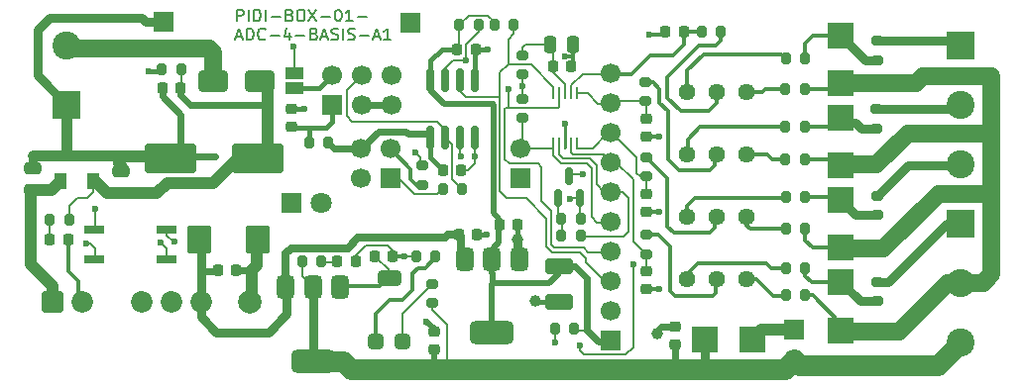
<source format=gbr>
%TF.GenerationSoftware,KiCad,Pcbnew,9.0.6-rc1*%
%TF.CreationDate,2025-10-23T11:59:12+01:00*%
%TF.ProjectId,PIDI-BOX-01-ADC-4-MAIN-A1,50494449-2d42-44f5-982d-30312d414443,rev?*%
%TF.SameCoordinates,Original*%
%TF.FileFunction,Copper,L1,Top*%
%TF.FilePolarity,Positive*%
%FSLAX46Y46*%
G04 Gerber Fmt 4.6, Leading zero omitted, Abs format (unit mm)*
G04 Created by KiCad (PCBNEW 9.0.6-rc1) date 2025-10-23 11:59:12*
%MOMM*%
%LPD*%
G01*
G04 APERTURE LIST*
G04 Aperture macros list*
%AMRoundRect*
0 Rectangle with rounded corners*
0 $1 Rounding radius*
0 $2 $3 $4 $5 $6 $7 $8 $9 X,Y pos of 4 corners*
0 Add a 4 corners polygon primitive as box body*
4,1,4,$2,$3,$4,$5,$6,$7,$8,$9,$2,$3,0*
0 Add four circle primitives for the rounded corners*
1,1,$1+$1,$2,$3*
1,1,$1+$1,$4,$5*
1,1,$1+$1,$6,$7*
1,1,$1+$1,$8,$9*
0 Add four rect primitives between the rounded corners*
20,1,$1+$1,$2,$3,$4,$5,0*
20,1,$1+$1,$4,$5,$6,$7,0*
20,1,$1+$1,$6,$7,$8,$9,0*
20,1,$1+$1,$8,$9,$2,$3,0*%
G04 Aperture macros list end*
%ADD10C,0.150000*%
%TA.AperFunction,NonConductor*%
%ADD11C,0.150000*%
%TD*%
%TA.AperFunction,SMDPad,CuDef*%
%ADD12RoundRect,0.200000X0.200000X0.275000X-0.200000X0.275000X-0.200000X-0.275000X0.200000X-0.275000X0*%
%TD*%
%TA.AperFunction,SMDPad,CuDef*%
%ADD13R,1.750000X0.650000*%
%TD*%
%TA.AperFunction,SMDPad,CuDef*%
%ADD14R,1.500000X1.000000*%
%TD*%
%TA.AperFunction,SMDPad,CuDef*%
%ADD15RoundRect,0.225000X-0.250000X0.225000X-0.250000X-0.225000X0.250000X-0.225000X0.250000X0.225000X0*%
%TD*%
%TA.AperFunction,SMDPad,CuDef*%
%ADD16RoundRect,0.225000X0.225000X0.250000X-0.225000X0.250000X-0.225000X-0.250000X0.225000X-0.250000X0*%
%TD*%
%TA.AperFunction,SMDPad,CuDef*%
%ADD17RoundRect,0.225000X-0.225000X-0.250000X0.225000X-0.250000X0.225000X0.250000X-0.225000X0.250000X0*%
%TD*%
%TA.AperFunction,SMDPad,CuDef*%
%ADD18RoundRect,0.200000X-0.275000X0.200000X-0.275000X-0.200000X0.275000X-0.200000X0.275000X0.200000X0*%
%TD*%
%TA.AperFunction,SMDPad,CuDef*%
%ADD19R,2.260600X2.209800*%
%TD*%
%TA.AperFunction,SMDPad,CuDef*%
%ADD20R,0.250000X1.100000*%
%TD*%
%TA.AperFunction,ComponentPad*%
%ADD21R,1.800000X1.800000*%
%TD*%
%TA.AperFunction,ComponentPad*%
%ADD22C,1.800000*%
%TD*%
%TA.AperFunction,SMDPad,CuDef*%
%ADD23RoundRect,0.200000X0.275000X-0.200000X0.275000X0.200000X-0.275000X0.200000X-0.275000X-0.200000X0*%
%TD*%
%TA.AperFunction,ComponentPad*%
%ADD24R,1.700000X1.700000*%
%TD*%
%TA.AperFunction,ComponentPad*%
%ADD25C,1.700000*%
%TD*%
%TA.AperFunction,SMDPad,CuDef*%
%ADD26RoundRect,0.225000X0.250000X-0.225000X0.250000X0.225000X-0.250000X0.225000X-0.250000X-0.225000X0*%
%TD*%
%TA.AperFunction,SMDPad,CuDef*%
%ADD27RoundRect,0.200000X-0.200000X-0.275000X0.200000X-0.275000X0.200000X0.275000X-0.200000X0.275000X0*%
%TD*%
%TA.AperFunction,ComponentPad*%
%ADD28R,2.400000X2.400000*%
%TD*%
%TA.AperFunction,ComponentPad*%
%ADD29C,2.400000*%
%TD*%
%TA.AperFunction,SMDPad,CuDef*%
%ADD30RoundRect,0.250000X1.000000X0.650000X-1.000000X0.650000X-1.000000X-0.650000X1.000000X-0.650000X0*%
%TD*%
%TA.AperFunction,SMDPad,CuDef*%
%ADD31RoundRect,0.250000X-0.945000X0.420000X-0.945000X-0.420000X0.945000X-0.420000X0.945000X0.420000X0*%
%TD*%
%TA.AperFunction,SMDPad,CuDef*%
%ADD32RoundRect,0.375000X-0.375000X0.625000X-0.375000X-0.625000X0.375000X-0.625000X0.375000X0.625000X0*%
%TD*%
%TA.AperFunction,SMDPad,CuDef*%
%ADD33RoundRect,0.500000X-1.400000X0.500000X-1.400000X-0.500000X1.400000X-0.500000X1.400000X0.500000X0*%
%TD*%
%TA.AperFunction,SMDPad,CuDef*%
%ADD34RoundRect,0.150000X0.150000X-0.825000X0.150000X0.825000X-0.150000X0.825000X-0.150000X-0.825000X0*%
%TD*%
%TA.AperFunction,SMDPad,CuDef*%
%ADD35RoundRect,0.250000X0.400000X0.400000X-0.400000X0.400000X-0.400000X-0.400000X0.400000X-0.400000X0*%
%TD*%
%TA.AperFunction,SMDPad,CuDef*%
%ADD36RoundRect,0.250000X0.750000X0.400000X-0.750000X0.400000X-0.750000X-0.400000X0.750000X-0.400000X0*%
%TD*%
%TA.AperFunction,SMDPad,CuDef*%
%ADD37RoundRect,0.250000X0.475000X-0.250000X0.475000X0.250000X-0.475000X0.250000X-0.475000X-0.250000X0*%
%TD*%
%TA.AperFunction,SMDPad,CuDef*%
%ADD38RoundRect,0.150000X0.150000X-0.587500X0.150000X0.587500X-0.150000X0.587500X-0.150000X-0.587500X0*%
%TD*%
%TA.AperFunction,ComponentPad*%
%ADD39C,1.440000*%
%TD*%
%TA.AperFunction,ComponentPad*%
%ADD40RoundRect,0.250000X0.675000X-0.675000X0.675000X0.675000X-0.675000X0.675000X-0.675000X-0.675000X0*%
%TD*%
%TA.AperFunction,ComponentPad*%
%ADD41C,1.850000*%
%TD*%
%TA.AperFunction,SMDPad,CuDef*%
%ADD42RoundRect,0.218750X0.218750X0.256250X-0.218750X0.256250X-0.218750X-0.256250X0.218750X-0.256250X0*%
%TD*%
%TA.AperFunction,SMDPad,CuDef*%
%ADD43R,1.000000X1.400000*%
%TD*%
%TA.AperFunction,SMDPad,CuDef*%
%ADD44RoundRect,0.250000X1.950000X1.000000X-1.950000X1.000000X-1.950000X-1.000000X1.950000X-1.000000X0*%
%TD*%
%TA.AperFunction,SMDPad,CuDef*%
%ADD45R,2.209800X2.260600*%
%TD*%
%TA.AperFunction,SMDPad,CuDef*%
%ADD46RoundRect,0.250000X-0.250000X-0.475000X0.250000X-0.475000X0.250000X0.475000X-0.250000X0.475000X0*%
%TD*%
%TA.AperFunction,SMDPad,CuDef*%
%ADD47RoundRect,0.250000X-0.785000X-0.945000X0.785000X-0.945000X0.785000X0.945000X-0.785000X0.945000X0*%
%TD*%
%TA.AperFunction,ViaPad*%
%ADD48C,1.000000*%
%TD*%
%TA.AperFunction,ViaPad*%
%ADD49C,2.000000*%
%TD*%
%TA.AperFunction,ViaPad*%
%ADD50C,0.600000*%
%TD*%
%TA.AperFunction,Conductor*%
%ADD51C,0.200000*%
%TD*%
%TA.AperFunction,Conductor*%
%ADD52C,1.000000*%
%TD*%
%TA.AperFunction,Conductor*%
%ADD53C,0.600000*%
%TD*%
%TA.AperFunction,Conductor*%
%ADD54C,1.200000*%
%TD*%
%TA.AperFunction,Conductor*%
%ADD55C,0.400000*%
%TD*%
%TA.AperFunction,Conductor*%
%ADD56C,0.300000*%
%TD*%
%TA.AperFunction,Conductor*%
%ADD57C,1.500000*%
%TD*%
%TA.AperFunction,Conductor*%
%ADD58C,0.500000*%
%TD*%
%TA.AperFunction,Conductor*%
%ADD59C,0.800000*%
%TD*%
%TA.AperFunction,Conductor*%
%ADD60C,0.250000*%
%TD*%
%TA.AperFunction,Conductor*%
%ADD61C,0.900000*%
%TD*%
%TA.AperFunction,Conductor*%
%ADD62C,0.700000*%
%TD*%
%TA.AperFunction,Conductor*%
%ADD63C,1.800000*%
%TD*%
G04 APERTURE END LIST*
D10*
D11*
X126336779Y-57684875D02*
X126336779Y-56684875D01*
X126336779Y-56684875D02*
X126717731Y-56684875D01*
X126717731Y-56684875D02*
X126812969Y-56732494D01*
X126812969Y-56732494D02*
X126860588Y-56780113D01*
X126860588Y-56780113D02*
X126908207Y-56875351D01*
X126908207Y-56875351D02*
X126908207Y-57018208D01*
X126908207Y-57018208D02*
X126860588Y-57113446D01*
X126860588Y-57113446D02*
X126812969Y-57161065D01*
X126812969Y-57161065D02*
X126717731Y-57208684D01*
X126717731Y-57208684D02*
X126336779Y-57208684D01*
X127336779Y-57684875D02*
X127336779Y-56684875D01*
X127812969Y-57684875D02*
X127812969Y-56684875D01*
X127812969Y-56684875D02*
X128051064Y-56684875D01*
X128051064Y-56684875D02*
X128193921Y-56732494D01*
X128193921Y-56732494D02*
X128289159Y-56827732D01*
X128289159Y-56827732D02*
X128336778Y-56922970D01*
X128336778Y-56922970D02*
X128384397Y-57113446D01*
X128384397Y-57113446D02*
X128384397Y-57256303D01*
X128384397Y-57256303D02*
X128336778Y-57446779D01*
X128336778Y-57446779D02*
X128289159Y-57542017D01*
X128289159Y-57542017D02*
X128193921Y-57637256D01*
X128193921Y-57637256D02*
X128051064Y-57684875D01*
X128051064Y-57684875D02*
X127812969Y-57684875D01*
X128812969Y-57684875D02*
X128812969Y-56684875D01*
X129289159Y-57303922D02*
X130051064Y-57303922D01*
X130860587Y-57161065D02*
X131003444Y-57208684D01*
X131003444Y-57208684D02*
X131051063Y-57256303D01*
X131051063Y-57256303D02*
X131098682Y-57351541D01*
X131098682Y-57351541D02*
X131098682Y-57494398D01*
X131098682Y-57494398D02*
X131051063Y-57589636D01*
X131051063Y-57589636D02*
X131003444Y-57637256D01*
X131003444Y-57637256D02*
X130908206Y-57684875D01*
X130908206Y-57684875D02*
X130527254Y-57684875D01*
X130527254Y-57684875D02*
X130527254Y-56684875D01*
X130527254Y-56684875D02*
X130860587Y-56684875D01*
X130860587Y-56684875D02*
X130955825Y-56732494D01*
X130955825Y-56732494D02*
X131003444Y-56780113D01*
X131003444Y-56780113D02*
X131051063Y-56875351D01*
X131051063Y-56875351D02*
X131051063Y-56970589D01*
X131051063Y-56970589D02*
X131003444Y-57065827D01*
X131003444Y-57065827D02*
X130955825Y-57113446D01*
X130955825Y-57113446D02*
X130860587Y-57161065D01*
X130860587Y-57161065D02*
X130527254Y-57161065D01*
X131717730Y-56684875D02*
X131908206Y-56684875D01*
X131908206Y-56684875D02*
X132003444Y-56732494D01*
X132003444Y-56732494D02*
X132098682Y-56827732D01*
X132098682Y-56827732D02*
X132146301Y-57018208D01*
X132146301Y-57018208D02*
X132146301Y-57351541D01*
X132146301Y-57351541D02*
X132098682Y-57542017D01*
X132098682Y-57542017D02*
X132003444Y-57637256D01*
X132003444Y-57637256D02*
X131908206Y-57684875D01*
X131908206Y-57684875D02*
X131717730Y-57684875D01*
X131717730Y-57684875D02*
X131622492Y-57637256D01*
X131622492Y-57637256D02*
X131527254Y-57542017D01*
X131527254Y-57542017D02*
X131479635Y-57351541D01*
X131479635Y-57351541D02*
X131479635Y-57018208D01*
X131479635Y-57018208D02*
X131527254Y-56827732D01*
X131527254Y-56827732D02*
X131622492Y-56732494D01*
X131622492Y-56732494D02*
X131717730Y-56684875D01*
X132479635Y-56684875D02*
X133146301Y-57684875D01*
X133146301Y-56684875D02*
X132479635Y-57684875D01*
X133527254Y-57303922D02*
X134289159Y-57303922D01*
X134955825Y-56684875D02*
X135051063Y-56684875D01*
X135051063Y-56684875D02*
X135146301Y-56732494D01*
X135146301Y-56732494D02*
X135193920Y-56780113D01*
X135193920Y-56780113D02*
X135241539Y-56875351D01*
X135241539Y-56875351D02*
X135289158Y-57065827D01*
X135289158Y-57065827D02*
X135289158Y-57303922D01*
X135289158Y-57303922D02*
X135241539Y-57494398D01*
X135241539Y-57494398D02*
X135193920Y-57589636D01*
X135193920Y-57589636D02*
X135146301Y-57637256D01*
X135146301Y-57637256D02*
X135051063Y-57684875D01*
X135051063Y-57684875D02*
X134955825Y-57684875D01*
X134955825Y-57684875D02*
X134860587Y-57637256D01*
X134860587Y-57637256D02*
X134812968Y-57589636D01*
X134812968Y-57589636D02*
X134765349Y-57494398D01*
X134765349Y-57494398D02*
X134717730Y-57303922D01*
X134717730Y-57303922D02*
X134717730Y-57065827D01*
X134717730Y-57065827D02*
X134765349Y-56875351D01*
X134765349Y-56875351D02*
X134812968Y-56780113D01*
X134812968Y-56780113D02*
X134860587Y-56732494D01*
X134860587Y-56732494D02*
X134955825Y-56684875D01*
X136241539Y-57684875D02*
X135670111Y-57684875D01*
X135955825Y-57684875D02*
X135955825Y-56684875D01*
X135955825Y-56684875D02*
X135860587Y-56827732D01*
X135860587Y-56827732D02*
X135765349Y-56922970D01*
X135765349Y-56922970D02*
X135670111Y-56970589D01*
X136670111Y-57303922D02*
X137432016Y-57303922D01*
X126289160Y-59009104D02*
X126765350Y-59009104D01*
X126193922Y-59294819D02*
X126527255Y-58294819D01*
X126527255Y-58294819D02*
X126860588Y-59294819D01*
X127193922Y-59294819D02*
X127193922Y-58294819D01*
X127193922Y-58294819D02*
X127432017Y-58294819D01*
X127432017Y-58294819D02*
X127574874Y-58342438D01*
X127574874Y-58342438D02*
X127670112Y-58437676D01*
X127670112Y-58437676D02*
X127717731Y-58532914D01*
X127717731Y-58532914D02*
X127765350Y-58723390D01*
X127765350Y-58723390D02*
X127765350Y-58866247D01*
X127765350Y-58866247D02*
X127717731Y-59056723D01*
X127717731Y-59056723D02*
X127670112Y-59151961D01*
X127670112Y-59151961D02*
X127574874Y-59247200D01*
X127574874Y-59247200D02*
X127432017Y-59294819D01*
X127432017Y-59294819D02*
X127193922Y-59294819D01*
X128765350Y-59199580D02*
X128717731Y-59247200D01*
X128717731Y-59247200D02*
X128574874Y-59294819D01*
X128574874Y-59294819D02*
X128479636Y-59294819D01*
X128479636Y-59294819D02*
X128336779Y-59247200D01*
X128336779Y-59247200D02*
X128241541Y-59151961D01*
X128241541Y-59151961D02*
X128193922Y-59056723D01*
X128193922Y-59056723D02*
X128146303Y-58866247D01*
X128146303Y-58866247D02*
X128146303Y-58723390D01*
X128146303Y-58723390D02*
X128193922Y-58532914D01*
X128193922Y-58532914D02*
X128241541Y-58437676D01*
X128241541Y-58437676D02*
X128336779Y-58342438D01*
X128336779Y-58342438D02*
X128479636Y-58294819D01*
X128479636Y-58294819D02*
X128574874Y-58294819D01*
X128574874Y-58294819D02*
X128717731Y-58342438D01*
X128717731Y-58342438D02*
X128765350Y-58390057D01*
X129193922Y-58913866D02*
X129955827Y-58913866D01*
X130860588Y-58628152D02*
X130860588Y-59294819D01*
X130622493Y-58247200D02*
X130384398Y-58961485D01*
X130384398Y-58961485D02*
X131003445Y-58961485D01*
X131384398Y-58913866D02*
X132146303Y-58913866D01*
X132955826Y-58771009D02*
X133098683Y-58818628D01*
X133098683Y-58818628D02*
X133146302Y-58866247D01*
X133146302Y-58866247D02*
X133193921Y-58961485D01*
X133193921Y-58961485D02*
X133193921Y-59104342D01*
X133193921Y-59104342D02*
X133146302Y-59199580D01*
X133146302Y-59199580D02*
X133098683Y-59247200D01*
X133098683Y-59247200D02*
X133003445Y-59294819D01*
X133003445Y-59294819D02*
X132622493Y-59294819D01*
X132622493Y-59294819D02*
X132622493Y-58294819D01*
X132622493Y-58294819D02*
X132955826Y-58294819D01*
X132955826Y-58294819D02*
X133051064Y-58342438D01*
X133051064Y-58342438D02*
X133098683Y-58390057D01*
X133098683Y-58390057D02*
X133146302Y-58485295D01*
X133146302Y-58485295D02*
X133146302Y-58580533D01*
X133146302Y-58580533D02*
X133098683Y-58675771D01*
X133098683Y-58675771D02*
X133051064Y-58723390D01*
X133051064Y-58723390D02*
X132955826Y-58771009D01*
X132955826Y-58771009D02*
X132622493Y-58771009D01*
X133574874Y-59009104D02*
X134051064Y-59009104D01*
X133479636Y-59294819D02*
X133812969Y-58294819D01*
X133812969Y-58294819D02*
X134146302Y-59294819D01*
X134432017Y-59247200D02*
X134574874Y-59294819D01*
X134574874Y-59294819D02*
X134812969Y-59294819D01*
X134812969Y-59294819D02*
X134908207Y-59247200D01*
X134908207Y-59247200D02*
X134955826Y-59199580D01*
X134955826Y-59199580D02*
X135003445Y-59104342D01*
X135003445Y-59104342D02*
X135003445Y-59009104D01*
X135003445Y-59009104D02*
X134955826Y-58913866D01*
X134955826Y-58913866D02*
X134908207Y-58866247D01*
X134908207Y-58866247D02*
X134812969Y-58818628D01*
X134812969Y-58818628D02*
X134622493Y-58771009D01*
X134622493Y-58771009D02*
X134527255Y-58723390D01*
X134527255Y-58723390D02*
X134479636Y-58675771D01*
X134479636Y-58675771D02*
X134432017Y-58580533D01*
X134432017Y-58580533D02*
X134432017Y-58485295D01*
X134432017Y-58485295D02*
X134479636Y-58390057D01*
X134479636Y-58390057D02*
X134527255Y-58342438D01*
X134527255Y-58342438D02*
X134622493Y-58294819D01*
X134622493Y-58294819D02*
X134860588Y-58294819D01*
X134860588Y-58294819D02*
X135003445Y-58342438D01*
X135432017Y-59294819D02*
X135432017Y-58294819D01*
X135860588Y-59247200D02*
X136003445Y-59294819D01*
X136003445Y-59294819D02*
X136241540Y-59294819D01*
X136241540Y-59294819D02*
X136336778Y-59247200D01*
X136336778Y-59247200D02*
X136384397Y-59199580D01*
X136384397Y-59199580D02*
X136432016Y-59104342D01*
X136432016Y-59104342D02*
X136432016Y-59009104D01*
X136432016Y-59009104D02*
X136384397Y-58913866D01*
X136384397Y-58913866D02*
X136336778Y-58866247D01*
X136336778Y-58866247D02*
X136241540Y-58818628D01*
X136241540Y-58818628D02*
X136051064Y-58771009D01*
X136051064Y-58771009D02*
X135955826Y-58723390D01*
X135955826Y-58723390D02*
X135908207Y-58675771D01*
X135908207Y-58675771D02*
X135860588Y-58580533D01*
X135860588Y-58580533D02*
X135860588Y-58485295D01*
X135860588Y-58485295D02*
X135908207Y-58390057D01*
X135908207Y-58390057D02*
X135955826Y-58342438D01*
X135955826Y-58342438D02*
X136051064Y-58294819D01*
X136051064Y-58294819D02*
X136289159Y-58294819D01*
X136289159Y-58294819D02*
X136432016Y-58342438D01*
X136860588Y-58913866D02*
X137622493Y-58913866D01*
X138051064Y-59009104D02*
X138527254Y-59009104D01*
X137955826Y-59294819D02*
X138289159Y-58294819D01*
X138289159Y-58294819D02*
X138622492Y-59294819D01*
X139479635Y-59294819D02*
X138908207Y-59294819D01*
X139193921Y-59294819D02*
X139193921Y-58294819D01*
X139193921Y-58294819D02*
X139098683Y-58437676D01*
X139098683Y-58437676D02*
X139003445Y-58532914D01*
X139003445Y-58532914D02*
X138908207Y-58580533D01*
D12*
%TO.P,R20,1*%
%TO.N,Net-(CR2-Pad1)*%
X174865800Y-60883800D03*
%TO.P,R20,2*%
%TO.N,Net-(R20-Pad2)*%
X173215800Y-60883800D03*
%TD*%
D13*
%TO.P,IC1,1*%
%TO.N,Net-(IC1-Pad1)*%
X120325000Y-78020000D03*
%TO.P,IC1,2*%
%TO.N,Net-(Q1-C)*%
X120325000Y-75480000D03*
%TO.P,IC1,3,E*%
%TO.N,Net-(IC1-E)*%
X114175000Y-75480000D03*
%TO.P,IC1,4,C*%
%TO.N,Net-(IC1-C)*%
X114175000Y-78020000D03*
%TD*%
D14*
%TO.P,JP1,1,A*%
%TO.N,Net-(IC1-C)*%
X131225000Y-62100000D03*
%TO.P,JP1,2,B*%
%TO.N,Net-(J2-Pin_2)*%
X131225000Y-63400000D03*
%TD*%
D15*
%TO.P,C16,1*%
%TO.N,AIN2*%
X161290000Y-66027000D03*
%TO.P,C16,2*%
%TO.N,GND*%
X161290000Y-67577000D03*
%TD*%
D16*
%TO.P,C15,1*%
%TO.N,AIN3*%
X164503400Y-58597800D03*
%TO.P,C15,2*%
%TO.N,GND*%
X162953400Y-58597800D03*
%TD*%
D17*
%TO.P,C3,1*%
%TO.N,+3V3*%
X148750000Y-75075000D03*
%TO.P,C3,2*%
%TO.N,GND*%
X150300000Y-75075000D03*
%TD*%
%TO.P,C8,1*%
%TO.N,Net-(U3-ADJ)*%
X138125000Y-77775000D03*
%TO.P,C8,2*%
%TO.N,GND*%
X139675000Y-77775000D03*
%TD*%
D12*
%TO.P,R22,1*%
%TO.N,Net-(CR4-Pad1)*%
X174879000Y-72745600D03*
%TO.P,R22,2*%
%TO.N,Net-(R22-Pad2)*%
X173229000Y-72745600D03*
%TD*%
D18*
%TO.P,R3,1*%
%TO.N,Net-(J2-Pin_6)*%
X142200000Y-70025000D03*
%TO.P,R3,2*%
%TO.N,Net-(J3-Pin_3)*%
X142200000Y-71675000D03*
%TD*%
D19*
%TO.P,CR3,1,1*%
%TO.N,Net-(CR3-Pad1)*%
X177901600Y-65925700D03*
%TO.P,CR3,2,2*%
%TO.N,GND*%
X177901600Y-70015100D03*
%TD*%
D16*
%TO.P,C21,1*%
%TO.N,+12V*%
X121525000Y-63425600D03*
%TO.P,C21,2*%
%TO.N,Net-(D2-K)*%
X119975000Y-63425600D03*
%TD*%
D20*
%TO.P,U4,1,ADDR*%
%TO.N,ADDR*%
X153400000Y-68150000D03*
%TO.P,U4,2,ALERT/RDY*%
%TO.N,RDY*%
X153900000Y-68150000D03*
%TO.P,U4,3,GND*%
%TO.N,GND*%
X154400000Y-68150000D03*
%TO.P,U4,4,AIN0*%
%TO.N,AIN0*%
X154900000Y-68150000D03*
%TO.P,U4,5,AIN1*%
%TO.N,AIN1*%
X155400000Y-68150000D03*
%TO.P,U4,6,AIN2*%
%TO.N,AIN2*%
X155400000Y-63850000D03*
%TO.P,U4,7,AIN3*%
%TO.N,AIN3*%
X154900000Y-63850000D03*
%TO.P,U4,8,VDD*%
%TO.N,Net-(U4-VDD)*%
X154400000Y-63850000D03*
%TO.P,U4,9,SDA*%
%TO.N,SDA2*%
X153900000Y-63850000D03*
%TO.P,U4,10,SCL*%
%TO.N,SCL2*%
X153400000Y-63850000D03*
%TD*%
D21*
%TO.P,D3,1,K*%
%TO.N,Net-(D2-K)*%
X131030000Y-73200000D03*
D22*
%TO.P,D3,2,A*%
%TO.N,Net-(D3-A)*%
X133570000Y-73200000D03*
%TD*%
D12*
%TO.P,R7,1*%
%TO.N,SCL2*%
X149975000Y-58025000D03*
%TO.P,R7,2*%
%TO.N,+3V3*%
X148325000Y-58025000D03*
%TD*%
D23*
%TO.P,R5,1*%
%TO.N,+4-7Vext*%
X143050000Y-81800000D03*
%TO.P,R5,2*%
%TO.N,Net-(R5-Pad2)*%
X143050000Y-80150000D03*
%TD*%
D24*
%TO.P,J10,1,Pin_1*%
%TO.N,Net-(D2-K)*%
X120075000Y-57750000D03*
%TD*%
%TO.P,J1,1,Pin_1*%
%TO.N,+3V3*%
X158275000Y-84975000D03*
D25*
%TO.P,J1,2,Pin_2*%
%TO.N,GND*%
X158275000Y-82435000D03*
%TO.P,J1,3,Pin_3*%
%TO.N,SCL2*%
X158275000Y-79895000D03*
%TO.P,J1,4,Pin_4*%
%TO.N,SDA2*%
X158275000Y-77355000D03*
%TO.P,J1,5,Pin_5*%
%TO.N,ADDR*%
X158275000Y-74815000D03*
%TO.P,J1,6,Pin_6*%
%TO.N,RDY*%
X158275000Y-72275000D03*
%TO.P,J1,7,Pin_7*%
%TO.N,AIN0*%
X158275000Y-69735000D03*
%TO.P,J1,8,Pin_8*%
%TO.N,AIN1*%
X158275000Y-67195000D03*
%TO.P,J1,9,Pin_9*%
%TO.N,AIN2*%
X158275000Y-64655000D03*
%TO.P,J1,10,Pin_10*%
%TO.N,AIN3*%
X158275000Y-62115000D03*
%TD*%
D19*
%TO.P,CR4,1,1*%
%TO.N,Net-(CR4-Pad1)*%
X177901600Y-72961500D03*
%TO.P,CR4,2,2*%
%TO.N,GND*%
X177901600Y-77050900D03*
%TD*%
D26*
%TO.P,C6,1*%
%TO.N,+4-7Vext*%
X143175000Y-85775000D03*
%TO.P,C6,2*%
%TO.N,GND*%
X143175000Y-84225000D03*
%TD*%
D12*
%TO.P,R11,1*%
%TO.N,Net-(R11-Pad1)*%
X167677600Y-58597800D03*
%TO.P,R11,2*%
%TO.N,AIN3*%
X166027600Y-58597800D03*
%TD*%
D27*
%TO.P,R19,1*%
%TO.N,Net-(D2-A)*%
X110375000Y-74700000D03*
%TO.P,R19,2*%
%TO.N,+12V*%
X112025000Y-74700000D03*
%TD*%
%TO.P,R31,1*%
%TO.N,Net-(Q1-B)*%
X154075000Y-74550000D03*
%TO.P,R31,2*%
%TO.N,GND*%
X155725000Y-74550000D03*
%TD*%
D17*
%TO.P,C13,1*%
%TO.N,Net-(U4-VDD)*%
X153375000Y-61544200D03*
%TO.P,C13,2*%
%TO.N,GND*%
X154925000Y-61544200D03*
%TD*%
D18*
%TO.P,R13,1*%
%TO.N,Net-(R13-Pad1)*%
X161315400Y-69329800D03*
%TO.P,R13,2*%
%TO.N,AIN1*%
X161315400Y-70979800D03*
%TD*%
D28*
%TO.P,J6,1,1*%
%TO.N,Net-(J6-Pad1)*%
X188163200Y-59791600D03*
D29*
%TO.P,J6,2,2*%
%TO.N,Net-(J6-Pad2)*%
X188163200Y-64871600D03*
%TO.P,J6,3,3*%
%TO.N,Net-(J6-Pad3)*%
X188163200Y-69951600D03*
%TD*%
D27*
%TO.P,R15,1*%
%TO.N,Net-(R15-Pad1)*%
X173190400Y-63500000D03*
%TO.P,R15,2*%
%TO.N,GND*%
X174840400Y-63500000D03*
%TD*%
D18*
%TO.P,R27,1*%
%TO.N,Net-(J7-Pad1)*%
X181025800Y-79997800D03*
%TO.P,R27,2*%
%TO.N,Net-(CR5-Pad1)*%
X181025800Y-81647800D03*
%TD*%
D26*
%TO.P,C9,1*%
%TO.N,+4-7Vext*%
X163775000Y-85350000D03*
%TO.P,C9,2*%
%TO.N,GND*%
X163775000Y-83800000D03*
%TD*%
D19*
%TO.P,CR2,1,1*%
%TO.N,Net-(CR2-Pad1)*%
X177901600Y-58877200D03*
%TO.P,CR2,2,2*%
%TO.N,GND*%
X177901600Y-62966600D03*
%TD*%
D17*
%TO.P,C5,1*%
%TO.N,Net-(J3-Pin_2)*%
X143975000Y-70450000D03*
%TO.P,C5,2*%
%TO.N,Net-(IC1-E)*%
X145525000Y-70450000D03*
%TD*%
D30*
%TO.P,D4,1,K*%
%TO.N,+12V*%
X128300000Y-62800000D03*
%TO.P,D4,2,A*%
%TO.N,Net-(D4-A)*%
X124300000Y-62800000D03*
%TD*%
D31*
%TO.P,C2,1*%
%TO.N,+3V3*%
X153873200Y-78635000D03*
%TO.P,C2,2*%
%TO.N,GND*%
X153873200Y-81715000D03*
%TD*%
D28*
%TO.P,J7,1,1*%
%TO.N,Net-(J7-Pad1)*%
X188163200Y-74980800D03*
D29*
%TO.P,J7,2,2*%
%TO.N,GND*%
X188163200Y-80060800D03*
%TO.P,J7,3,3*%
%TO.N,+4-7Vext*%
X188163200Y-85140800D03*
%TD*%
D32*
%TO.P,U3,1,ADJ*%
%TO.N,Net-(U3-ADJ)*%
X135137500Y-80450000D03*
%TO.P,U3,2,VO*%
%TO.N,+4-7Vext*%
X132837500Y-80450000D03*
D33*
X132837500Y-86750000D03*
D32*
%TO.P,U3,3,VI*%
%TO.N,+9V*%
X130537500Y-80450000D03*
%TD*%
D34*
%TO.P,U2,1,VDD1*%
%TO.N,Net-(J3-Pin_2)*%
X142889200Y-67651400D03*
%TO.P,U2,2,SDA1*%
%TO.N,Net-(J2-Pin_4)*%
X144159200Y-67651400D03*
%TO.P,U2,3,SCL1*%
%TO.N,Net-(J2-Pin_6)*%
X145429200Y-67651400D03*
%TO.P,U2,4,GND1*%
%TO.N,Net-(IC1-E)*%
X146699200Y-67651400D03*
%TO.P,U2,5,GND2*%
%TO.N,GND*%
X146699200Y-62701400D03*
%TO.P,U2,6,SCL2*%
%TO.N,SCL2*%
X145429200Y-62701400D03*
%TO.P,U2,7,SDA2*%
%TO.N,SDA2*%
X144159200Y-62701400D03*
%TO.P,U2,8,VDD2*%
%TO.N,+3V3*%
X142889200Y-62701400D03*
%TD*%
D27*
%TO.P,R16,1*%
%TO.N,Net-(R16-Pad1)*%
X173190400Y-69494400D03*
%TO.P,R16,2*%
%TO.N,GND*%
X174840400Y-69494400D03*
%TD*%
D18*
%TO.P,R14,1*%
%TO.N,Net-(R14-Pad1)*%
X161315400Y-75959200D03*
%TO.P,R14,2*%
%TO.N,AIN0*%
X161315400Y-77609200D03*
%TD*%
D35*
%TO.P,RV1,1,1*%
%TO.N,Net-(R6-Pad1)*%
X138206800Y-85122200D03*
D36*
%TO.P,RV1,2,2*%
%TO.N,Net-(U3-ADJ)*%
X139356800Y-79622200D03*
D35*
%TO.P,RV1,3,3*%
%TO.N,Net-(R5-Pad2)*%
X140506800Y-85122200D03*
%TD*%
D24*
%TO.P,J3,1,Pin_1*%
%TO.N,Net-(J3-Pin_1)*%
X139500000Y-71150000D03*
D25*
%TO.P,J3,2,Pin_2*%
%TO.N,Net-(J3-Pin_2)*%
X136960000Y-71150000D03*
%TO.P,J3,3,Pin_3*%
%TO.N,Net-(J3-Pin_3)*%
X139500000Y-68610000D03*
%TO.P,J3,4,Pin_4*%
%TO.N,Net-(J3-Pin_2)*%
X136960000Y-68610000D03*
%TD*%
D28*
%TO.P,J8,1,1*%
%TO.N,Net-(D2-K)*%
X111810800Y-64820800D03*
D29*
%TO.P,J8,2,2*%
%TO.N,Net-(D4-A)*%
X111810800Y-59740800D03*
%TD*%
D37*
%TO.P,C19,1*%
%TO.N,+12V*%
X116450000Y-72400000D03*
%TO.P,C19,2*%
%TO.N,Net-(D2-K)*%
X116450000Y-70500000D03*
%TD*%
D12*
%TO.P,R1,1*%
%TO.N,Net-(J3-Pin_2)*%
X134175000Y-68100000D03*
%TO.P,R1,2*%
%TO.N,/+5V I2C BUS*%
X132525000Y-68100000D03*
%TD*%
D38*
%TO.P,Q1,1,B*%
%TO.N,Net-(Q1-B)*%
X153775000Y-72812500D03*
%TO.P,Q1,2,E*%
%TO.N,GND*%
X155675000Y-72812500D03*
%TO.P,Q1,3,C*%
%TO.N,Net-(Q1-C)*%
X154725000Y-70937500D03*
%TD*%
D26*
%TO.P,C1,1*%
%TO.N,/+5V I2C BUS*%
X131050000Y-66725000D03*
%TO.P,C1,2*%
%TO.N,Net-(IC1-E)*%
X131050000Y-65175000D03*
%TD*%
D24*
%TO.P,J9,1,Pin_1*%
%TO.N,GND*%
X141150000Y-57800000D03*
%TD*%
%TO.P,J5,1,Pin_1*%
%TO.N,GND*%
X150597000Y-71150800D03*
D25*
%TO.P,J5,2,Pin_2*%
%TO.N,ADDR*%
X150597000Y-68610800D03*
%TD*%
D39*
%TO.P,RV3,1,1*%
%TO.N,Net-(R21-Pad2)*%
X164820000Y-69100000D03*
%TO.P,RV3,2,2*%
%TO.N,Net-(R12-Pad1)*%
X167360000Y-69100000D03*
%TO.P,RV3,3,3*%
%TO.N,Net-(R16-Pad1)*%
X169900000Y-69100000D03*
%TD*%
D27*
%TO.P,R28,1*%
%TO.N,Net-(D3-A)*%
X119925000Y-61800000D03*
%TO.P,R28,2*%
%TO.N,+12V*%
X121575000Y-61800000D03*
%TD*%
D12*
%TO.P,R4,1*%
%TO.N,Net-(D1-A)*%
X133550000Y-78225000D03*
%TO.P,R4,2*%
%TO.N,+4-7Vext*%
X131900000Y-78225000D03*
%TD*%
D18*
%TO.P,R26,1*%
%TO.N,Net-(J6-Pad3)*%
X181025800Y-72606400D03*
%TO.P,R26,2*%
%TO.N,Net-(CR4-Pad1)*%
X181025800Y-74256400D03*
%TD*%
%TO.P,R10,1*%
%TO.N,Net-(U4-VDD)*%
X150750000Y-60575000D03*
%TO.P,R10,2*%
%TO.N,+3V3*%
X150750000Y-62225000D03*
%TD*%
D12*
%TO.P,R29,1*%
%TO.N,+3V3*%
X155175000Y-84000000D03*
%TO.P,R29,2*%
%TO.N,Net-(IC1-Pad1)*%
X153525000Y-84000000D03*
%TD*%
D40*
%TO.P,PS1,1,+Vin*%
%TO.N,Net-(PS1-+Vin)*%
X110580000Y-81667500D03*
D41*
%TO.P,PS1,2,-Vin*%
%TO.N,Net-(D2-K)*%
X113120000Y-81667500D03*
%TO.P,PS1,4,-Vout*%
%TO.N,GND*%
X118200000Y-81667500D03*
%TO.P,PS1,5,0V*%
%TO.N,unconnected-(PS1-0V-Pad5)*%
X120740000Y-81667500D03*
%TO.P,PS1,6,+Vout*%
%TO.N,+9V*%
X123280000Y-81667500D03*
%TD*%
D12*
%TO.P,R21,1*%
%TO.N,Net-(CR3-Pad1)*%
X174853600Y-66725800D03*
%TO.P,R21,2*%
%TO.N,Net-(R21-Pad2)*%
X173203600Y-66725800D03*
%TD*%
D42*
%TO.P,D1,1,K*%
%TO.N,GND*%
X136500000Y-78225000D03*
%TO.P,D1,2,A*%
%TO.N,Net-(D1-A)*%
X134925000Y-78225000D03*
%TD*%
%TO.P,D2,1,K*%
%TO.N,Net-(D2-K)*%
X111936700Y-76351000D03*
%TO.P,D2,2,A*%
%TO.N,Net-(D2-A)*%
X110361700Y-76351000D03*
%TD*%
D32*
%TO.P,U1,1,GND*%
%TO.N,GND*%
X150450000Y-78025000D03*
%TO.P,U1,2,VO*%
%TO.N,+3V3*%
X148150000Y-78025000D03*
D33*
X148150000Y-84325000D03*
D32*
%TO.P,U1,3,VI*%
%TO.N,+9V*%
X145850000Y-78025000D03*
%TD*%
D43*
%TO.P,L1,1,1*%
%TO.N,+12V*%
X114075000Y-71400000D03*
%TO.P,L1,2,2*%
%TO.N,Net-(PS1-+Vin)*%
X111275000Y-71400000D03*
%TD*%
D44*
%TO.P,C20,1*%
%TO.N,+12V*%
X128100000Y-69375000D03*
%TO.P,C20,2*%
%TO.N,Net-(D2-K)*%
X120700000Y-69375000D03*
%TD*%
D12*
%TO.P,R6,1*%
%TO.N,Net-(R6-Pad1)*%
X143325000Y-77800000D03*
%TO.P,R6,2*%
%TO.N,GND*%
X141675000Y-77800000D03*
%TD*%
D45*
%TO.P,CR1,1,1*%
%TO.N,GND*%
X170369700Y-84875000D03*
%TO.P,CR1,2,2*%
%TO.N,+4-7Vext*%
X166280300Y-84875000D03*
%TD*%
D17*
%TO.P,C4,1*%
%TO.N,+9V*%
X145275000Y-75925000D03*
%TO.P,C4,2*%
%TO.N,GND*%
X146825000Y-75925000D03*
%TD*%
D23*
%TO.P,R9,1*%
%TO.N,ADDR*%
X150725000Y-65950000D03*
%TO.P,R9,2*%
%TO.N,+3V3*%
X150725000Y-64300000D03*
%TD*%
D18*
%TO.P,R12,1*%
%TO.N,Net-(R12-Pad1)*%
X161264600Y-62890400D03*
%TO.P,R12,2*%
%TO.N,AIN2*%
X161264600Y-64540400D03*
%TD*%
D27*
%TO.P,R18,1*%
%TO.N,Net-(R18-Pad1)*%
X173215800Y-81102200D03*
%TO.P,R18,2*%
%TO.N,GND*%
X174865800Y-81102200D03*
%TD*%
D46*
%TO.P,C12,1*%
%TO.N,Net-(U4-VDD)*%
X153116200Y-59664600D03*
%TO.P,C12,2*%
%TO.N,GND*%
X155016200Y-59664600D03*
%TD*%
D39*
%TO.P,RV4,1,1*%
%TO.N,Net-(R22-Pad2)*%
X164820000Y-74425000D03*
%TO.P,RV4,2,2*%
%TO.N,Net-(R13-Pad1)*%
X167360000Y-74425000D03*
%TO.P,RV4,3,3*%
%TO.N,Net-(R17-Pad1)*%
X169900000Y-74425000D03*
%TD*%
D19*
%TO.P,CR5,1,1*%
%TO.N,Net-(CR5-Pad1)*%
X177952400Y-80022700D03*
%TO.P,CR5,2,2*%
%TO.N,GND*%
X177952400Y-84112100D03*
%TD*%
D24*
%TO.P,J2,1,Pin_1*%
%TO.N,/+5V I2C BUS*%
X134467600Y-64846200D03*
D25*
%TO.P,J2,2,Pin_2*%
%TO.N,Net-(J2-Pin_2)*%
X134467600Y-62306200D03*
%TO.P,J2,3,Pin_3*%
%TO.N,Net-(IC1-E)*%
X137007600Y-64846200D03*
%TO.P,J2,4,Pin_4*%
%TO.N,Net-(J2-Pin_4)*%
X137007600Y-62306200D03*
%TO.P,J2,5,Pin_5*%
%TO.N,Net-(IC1-E)*%
X139547600Y-64846200D03*
%TO.P,J2,6,Pin_6*%
%TO.N,Net-(J2-Pin_6)*%
X139547600Y-62306200D03*
%TD*%
D18*
%TO.P,R24,1*%
%TO.N,Net-(J6-Pad1)*%
X181025800Y-59360800D03*
%TO.P,R24,2*%
%TO.N,Net-(CR2-Pad1)*%
X181025800Y-61010800D03*
%TD*%
%TO.P,R25,1*%
%TO.N,Net-(J6-Pad2)*%
X180924200Y-65215000D03*
%TO.P,R25,2*%
%TO.N,Net-(CR3-Pad1)*%
X180924200Y-66865000D03*
%TD*%
D15*
%TO.P,C17,1*%
%TO.N,AIN1*%
X161290000Y-72453200D03*
%TO.P,C17,2*%
%TO.N,GND*%
X161290000Y-74003200D03*
%TD*%
D17*
%TO.P,C7,1*%
%TO.N,+3V3*%
X145175000Y-60075000D03*
%TO.P,C7,2*%
%TO.N,GND*%
X146725000Y-60075000D03*
%TD*%
D27*
%TO.P,R17,1*%
%TO.N,Net-(R17-Pad1)*%
X173229000Y-75438000D03*
%TO.P,R17,2*%
%TO.N,GND*%
X174879000Y-75438000D03*
%TD*%
D39*
%TO.P,RV5,1,1*%
%TO.N,Net-(R23-Pad2)*%
X164820000Y-79750000D03*
%TO.P,RV5,2,2*%
%TO.N,Net-(R14-Pad1)*%
X167360000Y-79750000D03*
%TO.P,RV5,3,3*%
%TO.N,Net-(R18-Pad1)*%
X169900000Y-79750000D03*
%TD*%
D15*
%TO.P,C18,1*%
%TO.N,AIN0*%
X161315400Y-79057200D03*
%TO.P,C18,2*%
%TO.N,GND*%
X161315400Y-80607200D03*
%TD*%
D47*
%TO.P,C10,1*%
%TO.N,+9V*%
X123155000Y-76375000D03*
%TO.P,C10,2*%
%TO.N,GND*%
X128095000Y-76375000D03*
%TD*%
D37*
%TO.P,C14,1*%
%TO.N,Net-(PS1-+Vin)*%
X108939200Y-72139600D03*
%TO.P,C14,2*%
%TO.N,Net-(D2-K)*%
X108939200Y-70239600D03*
%TD*%
D12*
%TO.P,R8,1*%
%TO.N,SDA2*%
X147000000Y-57975000D03*
%TO.P,R8,2*%
%TO.N,+3V3*%
X145350000Y-57975000D03*
%TD*%
D24*
%TO.P,J4,1,Pin_1*%
%TO.N,GND*%
X173939200Y-84099400D03*
D25*
%TO.P,J4,2,Pin_2*%
%TO.N,+4-7Vext*%
X173939200Y-86639400D03*
%TD*%
D12*
%TO.P,R30,1*%
%TO.N,RDY*%
X155725000Y-76050000D03*
%TO.P,R30,2*%
%TO.N,Net-(Q1-B)*%
X154075000Y-76050000D03*
%TD*%
D17*
%TO.P,C11,1*%
%TO.N,+9V*%
X124750000Y-79000000D03*
%TO.P,C11,2*%
%TO.N,GND*%
X126300000Y-79000000D03*
%TD*%
D12*
%TO.P,R23,1*%
%TO.N,Net-(CR5-Pad1)*%
X174904400Y-78790800D03*
%TO.P,R23,2*%
%TO.N,Net-(R23-Pad2)*%
X173254400Y-78790800D03*
%TD*%
%TO.P,R2,1*%
%TO.N,Net-(J2-Pin_4)*%
X145575000Y-72000000D03*
%TO.P,R2,2*%
%TO.N,Net-(J3-Pin_1)*%
X143925000Y-72000000D03*
%TD*%
D39*
%TO.P,RV2,1,1*%
%TO.N,Net-(R20-Pad2)*%
X164810000Y-63750000D03*
%TO.P,RV2,2,2*%
%TO.N,Net-(R11-Pad1)*%
X167350000Y-63750000D03*
%TO.P,RV2,3,3*%
%TO.N,Net-(R15-Pad1)*%
X169890000Y-63750000D03*
%TD*%
D48*
%TO.N,GND*%
X162250000Y-84375000D03*
D49*
X127450000Y-81700000D03*
D50*
X154381200Y-66450000D03*
X147764800Y-60121800D03*
X147725000Y-75975000D03*
X162382200Y-80568800D03*
X154800000Y-72850000D03*
X161569400Y-58801000D03*
X162433000Y-74003200D03*
X142525000Y-83350000D03*
X162433000Y-67577000D03*
D48*
X151800000Y-81575000D03*
D50*
X140683000Y-77775000D03*
X154414789Y-60737714D03*
D48*
X150350000Y-76350000D03*
D50*
%TO.N,Net-(IC1-E)*%
X114225000Y-73750000D03*
X146650000Y-69250000D03*
X132125000Y-65200000D03*
%TO.N,Net-(D2-K)*%
X124484200Y-69265800D03*
%TO.N,Net-(J2-Pin_6)*%
X145450000Y-69250000D03*
X141625000Y-68925000D03*
%TO.N,Net-(IC1-C)*%
X113450000Y-76700000D03*
X131200000Y-59875675D03*
%TO.N,SDA2*%
X145925000Y-61037500D03*
X149525000Y-63475000D03*
%TO.N,+3V3*%
X150750000Y-63250000D03*
X148200000Y-64743000D03*
%TO.N,Net-(D3-A)*%
X118850000Y-61927000D03*
%TO.N,Net-(IC1-Pad1)*%
X153550000Y-85200000D03*
X119800000Y-76600000D03*
%TO.N,Net-(Q1-C)*%
X155875000Y-70775000D03*
X121000000Y-76550000D03*
X160200000Y-78450000D03*
X155625000Y-85425000D03*
%TD*%
D51*
%TO.N,Net-(D2-A)*%
X110361700Y-76351000D02*
X110361700Y-74713300D01*
X110361700Y-74713300D02*
X110375000Y-74700000D01*
%TO.N,+12V*%
X114200000Y-71850000D02*
X114250800Y-71900800D01*
X114075000Y-72300000D02*
X114075000Y-71400000D01*
X114200000Y-71525000D02*
X114200000Y-71850000D01*
X121575000Y-61800000D02*
X121575000Y-63375600D01*
D52*
X114250000Y-71400000D02*
X115250000Y-72400000D01*
X115250000Y-72400000D02*
X116450000Y-72400000D01*
D51*
X112725000Y-72775000D02*
X113600000Y-72775000D01*
D53*
X128950000Y-64800000D02*
X128929200Y-64820800D01*
D52*
X114075000Y-71400000D02*
X114250000Y-71400000D01*
D51*
X121575000Y-63375600D02*
X121525000Y-63425600D01*
D52*
X128871200Y-69265800D02*
X128950000Y-69187000D01*
X119500000Y-72400000D02*
X120400000Y-71500000D01*
D53*
X128929200Y-64820800D02*
X122370800Y-64820800D01*
D54*
X127812800Y-69265800D02*
X128871200Y-69265800D01*
D52*
X124350000Y-71500000D02*
X126584200Y-69265800D01*
D51*
X112025000Y-74700000D02*
X112025000Y-73475000D01*
D52*
X126584200Y-69265800D02*
X127812800Y-69265800D01*
X128950000Y-69187000D02*
X128950000Y-63450000D01*
D53*
X121525000Y-63975000D02*
X121525000Y-63425600D01*
X122370800Y-64820800D02*
X121525000Y-63975000D01*
D51*
X113600000Y-72775000D02*
X114075000Y-72300000D01*
D52*
X128950000Y-63450000D02*
X128300000Y-62800000D01*
X116450000Y-72400000D02*
X119500000Y-72400000D01*
D51*
X114075000Y-71400000D02*
X114200000Y-71525000D01*
X112025000Y-73475000D02*
X112725000Y-72775000D01*
X112050000Y-74675000D02*
X112025000Y-74700000D01*
D52*
X120400000Y-71500000D02*
X124350000Y-71500000D01*
D55*
%TO.N,GND*%
X153666800Y-81715000D02*
X153873200Y-81508600D01*
D56*
X154408475Y-60731400D02*
X155013800Y-60731400D01*
D53*
X126300000Y-79000000D02*
X126300000Y-79050000D01*
D51*
X141650000Y-77775000D02*
X141675000Y-77800000D01*
D56*
X177952400Y-70065900D02*
X177952400Y-70472300D01*
D52*
X170394700Y-84500000D02*
X170394700Y-84850000D01*
D57*
X181559200Y-77139800D02*
X186258200Y-72440800D01*
X190779400Y-67259200D02*
X183692800Y-67259200D01*
D51*
X140683000Y-77775000D02*
X141650000Y-77775000D01*
X146699200Y-61926400D02*
X146699200Y-62701400D01*
D52*
X170394700Y-84850000D02*
X170369700Y-84875000D01*
D57*
X181000400Y-69951600D02*
X177965100Y-69951600D01*
X177901600Y-77050900D02*
X177990500Y-77139800D01*
D56*
X162343800Y-80607200D02*
X161315400Y-80607200D01*
D53*
X127650000Y-79000000D02*
X126300000Y-79000000D01*
D51*
X162150000Y-84275000D02*
X162250000Y-84375000D01*
D56*
X175539400Y-81102200D02*
X174865800Y-81102200D01*
D57*
X184937400Y-62407800D02*
X190779400Y-62407800D01*
D51*
X155687500Y-72637500D02*
X155687500Y-74312500D01*
D57*
X190779400Y-72440800D02*
X190779400Y-79349600D01*
D56*
X174840400Y-63500000D02*
X177368200Y-63500000D01*
D51*
X139225000Y-76875000D02*
X137325000Y-76875000D01*
D53*
X163775000Y-83800000D02*
X162625000Y-83800000D01*
D56*
X162750200Y-58801000D02*
X162953400Y-58597800D01*
D58*
X143175000Y-84225000D02*
X143175000Y-84000000D01*
D56*
X155016200Y-61453000D02*
X154925000Y-61544200D01*
D51*
X137325000Y-76875000D02*
X136500000Y-77700000D01*
D57*
X177952400Y-84112100D02*
X178066700Y-84226400D01*
X187071000Y-80060800D02*
X188163200Y-80060800D01*
D51*
X140683000Y-77775000D02*
X140701200Y-77793200D01*
D55*
X152200000Y-81715000D02*
X153666800Y-81715000D01*
D52*
X171145300Y-84099400D02*
X173939200Y-84099400D01*
D57*
X190068200Y-80060800D02*
X188163200Y-80060800D01*
D59*
X127450000Y-81700000D02*
X127650000Y-81500000D01*
D55*
X150350000Y-76350000D02*
X150350000Y-75125000D01*
D52*
X170369700Y-84875000D02*
X171145300Y-84099400D01*
D56*
X139675000Y-77775000D02*
X140683000Y-77775000D01*
D52*
X127650000Y-81500000D02*
X127650000Y-79000000D01*
D57*
X190779400Y-67259200D02*
X190779400Y-72440800D01*
D55*
X146700000Y-75975000D02*
X146625000Y-75900000D01*
D51*
X155687500Y-72787500D02*
X154862500Y-72787500D01*
D57*
X177965100Y-69951600D02*
X177901600Y-70015100D01*
X182905400Y-84226400D02*
X187071000Y-80060800D01*
D56*
X161569400Y-58801000D02*
X162750200Y-58801000D01*
X174879000Y-76428600D02*
X174879000Y-75438000D01*
D52*
X128050000Y-78600000D02*
X128050000Y-76420000D01*
D56*
X177368200Y-63500000D02*
X177901600Y-62966600D01*
D55*
X147725000Y-75975000D02*
X146700000Y-75975000D01*
D56*
X177952400Y-83515200D02*
X175539400Y-81102200D01*
X155016200Y-60500000D02*
X155016200Y-61453000D01*
X155016200Y-60733800D02*
X155016200Y-59664600D01*
D55*
X147764800Y-60121800D02*
X146771800Y-60121800D01*
D53*
X162625000Y-83800000D02*
X162150000Y-84275000D01*
D57*
X177990500Y-77139800D02*
X181559200Y-77139800D01*
D55*
X146725000Y-60075000D02*
X146725000Y-60400000D01*
X151993600Y-81508600D02*
X152200000Y-81715000D01*
D52*
X128050000Y-78600000D02*
X127650000Y-79000000D01*
D57*
X177901600Y-62966600D02*
X184378600Y-62966600D01*
D55*
X146725000Y-60400000D02*
X146699200Y-60425800D01*
D57*
X183692800Y-67259200D02*
X181000400Y-69951600D01*
D55*
X150350000Y-75125000D02*
X150300000Y-75075000D01*
X146699200Y-60425800D02*
X146699200Y-61926400D01*
D60*
X154400000Y-66468800D02*
X154381200Y-66450000D01*
D58*
X143175000Y-84000000D02*
X142525000Y-83350000D01*
D56*
X154414789Y-60737714D02*
X154408475Y-60731400D01*
D51*
X139675000Y-77775000D02*
X139675000Y-77325000D01*
D55*
X150300000Y-76400000D02*
X150350000Y-76350000D01*
D51*
X139675000Y-77325000D02*
X139225000Y-76875000D01*
D56*
X177901600Y-77050900D02*
X175501300Y-77050900D01*
D59*
X150300000Y-78100000D02*
X150300000Y-76400000D01*
D60*
X154400000Y-68510400D02*
X154400000Y-66468800D01*
D57*
X190779400Y-62407800D02*
X190779400Y-67259200D01*
D51*
X136500000Y-77700000D02*
X136500000Y-78225000D01*
D57*
X184378600Y-62966600D02*
X184937400Y-62407800D01*
D56*
X177380900Y-69494400D02*
X177952400Y-70065900D01*
X161290000Y-74003200D02*
X162433000Y-74003200D01*
X174840400Y-69494400D02*
X177380900Y-69494400D01*
D51*
X155687500Y-74312500D02*
X155775000Y-74400000D01*
D52*
X170369700Y-84475000D02*
X170394700Y-84500000D01*
D57*
X190779400Y-79349600D02*
X190068200Y-80060800D01*
D55*
X146771800Y-60121800D02*
X146725000Y-60075000D01*
D56*
X177952400Y-84112100D02*
X177952400Y-83515200D01*
D57*
X186258200Y-72440800D02*
X190779400Y-72440800D01*
D51*
X154862500Y-72787500D02*
X154800000Y-72850000D01*
D56*
X162382200Y-80568800D02*
X162343800Y-80607200D01*
X175501300Y-77050900D02*
X174879000Y-76428600D01*
X162433000Y-67577000D02*
X161290000Y-67577000D01*
D57*
X178066700Y-84226400D02*
X182905400Y-84226400D01*
D51*
%TO.N,Net-(D1-A)*%
X134850000Y-78300000D02*
X134925000Y-78225000D01*
X133550000Y-78300000D02*
X134850000Y-78300000D01*
D52*
%TO.N,Net-(PS1-+Vin)*%
X108939200Y-72139600D02*
X110535400Y-72139600D01*
X108700000Y-72378800D02*
X108939200Y-72139600D01*
X108939200Y-72139600D02*
X108990000Y-72190400D01*
X110580000Y-81667500D02*
X110580000Y-80379400D01*
X108700000Y-78499400D02*
X108700000Y-72378800D01*
X110580000Y-80379400D02*
X108700000Y-78499400D01*
X110535400Y-72139600D02*
X111275000Y-71400000D01*
D59*
%TO.N,Net-(CR2-Pad1)*%
X180035200Y-61010800D02*
X181025800Y-61010800D01*
D56*
X175564800Y-58877200D02*
X177901600Y-58877200D01*
X174865800Y-60883800D02*
X174865800Y-59576200D01*
X174865800Y-59576200D02*
X175564800Y-58877200D01*
D59*
X177901600Y-58877200D02*
X180035200Y-61010800D01*
%TO.N,Net-(CR3-Pad1)*%
X177952400Y-66382900D02*
X179158900Y-66382900D01*
D56*
X174853600Y-66725800D02*
X177101500Y-66725800D01*
X177101500Y-66725800D02*
X177901600Y-65925700D01*
D59*
X179667400Y-66865000D02*
X180924200Y-66865000D01*
X179654200Y-66878200D02*
X179667400Y-66865000D01*
X179158900Y-66382900D02*
X179654200Y-66878200D01*
D56*
X177901600Y-65925700D02*
X177952400Y-65976500D01*
X177952400Y-65976500D02*
X177952400Y-66382900D01*
D59*
%TO.N,Net-(CR4-Pad1)*%
X179196500Y-74256400D02*
X181025800Y-74256400D01*
D56*
X177901600Y-72961500D02*
X177685700Y-72745600D01*
X177685700Y-72745600D02*
X174879000Y-72745600D01*
D59*
X177901600Y-72961500D02*
X179196500Y-74256400D01*
D55*
%TO.N,/+5V I2C BUS*%
X130825000Y-66750000D02*
X132525000Y-66750000D01*
X132525000Y-66750000D02*
X132525000Y-68100000D01*
X130800000Y-66725000D02*
X130825000Y-66750000D01*
X134467600Y-66282400D02*
X134467600Y-64846200D01*
D51*
X134467600Y-64846200D02*
X134467600Y-64882400D01*
D55*
X132525000Y-66750000D02*
X134000000Y-66750000D01*
X134000000Y-66750000D02*
X134467600Y-66282400D01*
D53*
%TO.N,Net-(J3-Pin_2)*%
X140975000Y-67300000D02*
X142537800Y-67300000D01*
X134175000Y-68100000D02*
X134675000Y-68600000D01*
X136960000Y-68610000D02*
X138470000Y-67100000D01*
X138470000Y-67100000D02*
X140775000Y-67100000D01*
X136950000Y-68600000D02*
X136960000Y-68610000D01*
X134675000Y-68600000D02*
X136950000Y-68600000D01*
X140775000Y-67100000D02*
X140975000Y-67300000D01*
D55*
X142889200Y-69364200D02*
X143975000Y-70450000D01*
X142889200Y-67651400D02*
X142889200Y-69364200D01*
D53*
X142537800Y-67300000D02*
X142889200Y-67651400D01*
D56*
%TO.N,Net-(U3-ADJ)*%
X138515400Y-80375000D02*
X139268200Y-79622200D01*
D51*
X138125000Y-77775000D02*
X138150000Y-77775000D01*
D56*
X139268200Y-79622200D02*
X139356800Y-79622200D01*
D51*
X138150000Y-77775000D02*
X139356800Y-78981800D01*
D56*
X135175000Y-80375000D02*
X138515400Y-80375000D01*
D51*
X139356800Y-78981800D02*
X139356800Y-79622200D01*
%TO.N,Net-(U4-VDD)*%
X150700000Y-60575000D02*
X150700000Y-59967600D01*
X150700000Y-59967600D02*
X151003000Y-59664600D01*
X153375000Y-62075000D02*
X154381200Y-63081200D01*
X153454800Y-61367400D02*
X153631600Y-61544200D01*
X151003000Y-59664600D02*
X153116200Y-59664600D01*
X153375000Y-61544200D02*
X153375000Y-62075000D01*
X154381200Y-63081200D02*
X154381200Y-64229200D01*
X153375000Y-61287600D02*
X153375000Y-59923400D01*
X153375000Y-59923400D02*
X153116200Y-59664600D01*
X150604300Y-60479300D02*
X150700000Y-60575000D01*
X150368000Y-60479300D02*
X150604300Y-60479300D01*
X153631600Y-61544200D02*
X153375000Y-61287600D01*
X153631600Y-61544200D02*
X153375000Y-61544200D01*
%TO.N,Net-(IC1-E)*%
X146675000Y-68653800D02*
X146675000Y-69850000D01*
X114225000Y-75430000D02*
X114175000Y-75480000D01*
X146075000Y-70450000D02*
X145525000Y-70450000D01*
X131075000Y-65200000D02*
X131050000Y-65175000D01*
D55*
X132125000Y-65200000D02*
X131075000Y-65200000D01*
D53*
X139547600Y-64846200D02*
X138176000Y-64846200D01*
D51*
X146699200Y-67651400D02*
X146699200Y-68629600D01*
D53*
X138176000Y-64846200D02*
X137007600Y-64846200D01*
D51*
X146675000Y-69850000D02*
X146075000Y-70450000D01*
D55*
X132125000Y-65200000D02*
X132100000Y-65175000D01*
D51*
X146699200Y-68629600D02*
X146675000Y-68653800D01*
X114225000Y-73750000D02*
X114225000Y-75430000D01*
D56*
%TO.N,Net-(D2-K)*%
X112826800Y-79926800D02*
X112826800Y-81374300D01*
D59*
X118575000Y-57750000D02*
X118200000Y-57375000D01*
D53*
X120038800Y-63337000D02*
X119975000Y-63273200D01*
D56*
X111987400Y-79087400D02*
X112826800Y-79926800D01*
D59*
X120075000Y-57750000D02*
X118575000Y-57750000D01*
D53*
X124500000Y-69250000D02*
X124484200Y-69265800D01*
D52*
X111912400Y-64719200D02*
X111912400Y-64668400D01*
D56*
X111987400Y-76401700D02*
X111987400Y-79087400D01*
D52*
X116300000Y-69265800D02*
X116300000Y-69850000D01*
D59*
X110325000Y-57375000D02*
X109300000Y-58400000D01*
D53*
X124484200Y-69265800D02*
X121471200Y-69265800D01*
D56*
X112826800Y-81374300D02*
X113120000Y-81667500D01*
D59*
X109300000Y-62310000D02*
X111810800Y-64820800D01*
D61*
X116300000Y-69265800D02*
X121184200Y-69265800D01*
D52*
X111810800Y-64820800D02*
X111912400Y-64719200D01*
D59*
X118618000Y-69265800D02*
X118668800Y-69316600D01*
D53*
X121500000Y-69237000D02*
X121500000Y-65650000D01*
D59*
X108939200Y-69183000D02*
X108939200Y-70239600D01*
D61*
X111810800Y-69183000D02*
X111810800Y-64820800D01*
D51*
X111936700Y-76351000D02*
X111987400Y-76401700D01*
D53*
X121500000Y-65650000D02*
X119975000Y-64125000D01*
D61*
X121133000Y-69183000D02*
X108939200Y-69183000D01*
X121200000Y-69250000D02*
X121133000Y-69183000D01*
D59*
X111810800Y-64820800D02*
X111887000Y-64820800D01*
D52*
X116300000Y-69850000D02*
X116450000Y-70000000D01*
X121184200Y-69265800D02*
X121200000Y-69250000D01*
D53*
X119988000Y-63438600D02*
X119975000Y-63425600D01*
X121471200Y-69265800D02*
X121500000Y-69237000D01*
D59*
X118200000Y-57375000D02*
X110325000Y-57375000D01*
D53*
X119975000Y-64125000D02*
X119975000Y-63425600D01*
D59*
X109300000Y-58400000D02*
X109300000Y-62310000D01*
%TO.N,Net-(CR5-Pad1)*%
X179577500Y-81647800D02*
X181025800Y-81647800D01*
X177952400Y-80022700D02*
X179577500Y-81647800D01*
D56*
X174904400Y-78790800D02*
X174904400Y-79476600D01*
X175450500Y-80022700D02*
X177622200Y-80022700D01*
X174904400Y-79476600D02*
X175450500Y-80022700D01*
D51*
%TO.N,Net-(J2-Pin_6)*%
X142050000Y-69350000D02*
X142050000Y-69925000D01*
X145429200Y-69020800D02*
X145429200Y-67651400D01*
X142150000Y-70025000D02*
X142200000Y-70025000D01*
X141625000Y-68925000D02*
X142050000Y-69350000D01*
X145450000Y-69041600D02*
X145429200Y-69020800D01*
X145450000Y-69250000D02*
X145450000Y-69041600D01*
X142050000Y-69925000D02*
X142150000Y-70025000D01*
%TO.N,Net-(J2-Pin_4)*%
X144750000Y-68242200D02*
X144750000Y-71175000D01*
X144159200Y-67651400D02*
X144750000Y-68242200D01*
X144159200Y-66968600D02*
X143459200Y-66268600D01*
D55*
X145575000Y-72225000D02*
X145575000Y-72000000D01*
D51*
X135737600Y-63576200D02*
X137007600Y-62306200D01*
X141351000Y-66268600D02*
X141350000Y-66269600D01*
X135737600Y-65811400D02*
X135737600Y-63576200D01*
X136194800Y-66268600D02*
X135737600Y-65811400D01*
X144750000Y-71175000D02*
X145575000Y-72000000D01*
X141351000Y-66268600D02*
X136194800Y-66268600D01*
X144159200Y-67651400D02*
X144159200Y-66968600D01*
X143459200Y-66268600D02*
X141351000Y-66268600D01*
D59*
%TO.N,+9V*%
X123280000Y-81667500D02*
X123280000Y-83005000D01*
X123280000Y-83005000D02*
X124575000Y-84300000D01*
D62*
X144100000Y-76225000D02*
X143702000Y-76225000D01*
X145474000Y-77649000D02*
X145850000Y-78025000D01*
D53*
X124675000Y-79075000D02*
X124750000Y-79000000D01*
D62*
X136717847Y-76224000D02*
X135841847Y-77100000D01*
D53*
X123325000Y-79050000D02*
X123350000Y-79075000D01*
D62*
X145275000Y-75925000D02*
X145474000Y-76124000D01*
X145275000Y-76053664D02*
X145275000Y-75925000D01*
X143702000Y-76225000D02*
X143701000Y-76224000D01*
X145150000Y-75900000D02*
X144425000Y-75900000D01*
X145474000Y-76124000D02*
X145474000Y-77649000D01*
X145850000Y-78025000D02*
X145700000Y-78025000D01*
D53*
X123350000Y-79075000D02*
X124675000Y-79075000D01*
D59*
X130575000Y-82750000D02*
X130575000Y-80375000D01*
D62*
X130537500Y-77562500D02*
X130537500Y-80450000D01*
D59*
X123325000Y-81622500D02*
X123280000Y-81667500D01*
X123325000Y-76555000D02*
X123325000Y-81622500D01*
D62*
X144425000Y-75900000D02*
X144100000Y-76225000D01*
D59*
X123137500Y-76367500D02*
X123325000Y-76555000D01*
X124575000Y-84300000D02*
X129025000Y-84300000D01*
D62*
X143701000Y-76224000D02*
X136717847Y-76224000D01*
D53*
X124750000Y-79000000D02*
X124750000Y-79050000D01*
D62*
X135841847Y-77100000D02*
X131000000Y-77100000D01*
D59*
X129025000Y-84300000D02*
X130575000Y-82750000D01*
D62*
X131000000Y-77100000D02*
X130537500Y-77562500D01*
D51*
%TO.N,AIN0*%
X158800000Y-69800000D02*
X158340000Y-69800000D01*
X161315400Y-77609200D02*
X160225000Y-76518800D01*
X157675000Y-69050000D02*
X155075000Y-69050000D01*
X154900000Y-68875000D02*
X154900000Y-68150000D01*
X155075000Y-69050000D02*
X154900000Y-68875000D01*
X161315400Y-77609200D02*
X161315400Y-79057200D01*
X158275000Y-69735000D02*
X158275000Y-69650000D01*
X158275000Y-69650000D02*
X157675000Y-69050000D01*
X160225000Y-76518800D02*
X160225000Y-71225000D01*
X158340000Y-69800000D02*
X158275000Y-69735000D01*
X160225000Y-71225000D02*
X158800000Y-69800000D01*
D56*
%TO.N,Net-(J3-Pin_3)*%
X141200000Y-71200000D02*
X141675000Y-71675000D01*
X141675000Y-71675000D02*
X142200000Y-71675000D01*
X139500000Y-68610000D02*
X141200000Y-70310000D01*
X141200000Y-70310000D02*
X141200000Y-71200000D01*
D51*
%TO.N,AIN1*%
X155381200Y-68529200D02*
X156720800Y-68529200D01*
X156720800Y-68529200D02*
X158055000Y-67195000D01*
X158360000Y-67195000D02*
X160500000Y-69335000D01*
X160500000Y-70711000D02*
X160768800Y-70979800D01*
X161290000Y-71005200D02*
X161315400Y-70979800D01*
X161290000Y-72453200D02*
X161290000Y-71005200D01*
X160768800Y-70979800D02*
X161315400Y-70979800D01*
X158275000Y-67195000D02*
X158360000Y-67195000D01*
X158055000Y-67195000D02*
X158275000Y-67195000D01*
X160500000Y-69335000D02*
X160500000Y-70711000D01*
%TO.N,AIN2*%
X158604600Y-64540400D02*
X158425000Y-64720000D01*
X161264600Y-64540400D02*
X161060400Y-64744600D01*
X161290000Y-64565800D02*
X161264600Y-64540400D01*
X158425000Y-64720000D02*
X157195000Y-64720000D01*
X161264600Y-64582800D02*
X161264600Y-64540400D01*
X156325000Y-63850000D02*
X155400000Y-63850000D01*
X157195000Y-64720000D02*
X156325000Y-63850000D01*
X161290000Y-66027000D02*
X161290000Y-64565800D01*
X161264600Y-64540400D02*
X158604600Y-64540400D01*
D56*
%TO.N,AIN3*%
X164503400Y-58597800D02*
X166027600Y-58597800D01*
X160020000Y-62180000D02*
X161621000Y-60579000D01*
D51*
X154900000Y-63150000D02*
X154900000Y-63850000D01*
X158425000Y-62180000D02*
X155870000Y-62180000D01*
D56*
X164503400Y-59721600D02*
X164503400Y-58597800D01*
X163646000Y-60579000D02*
X164503400Y-59721600D01*
D51*
X155870000Y-62180000D02*
X154900000Y-63150000D01*
D56*
X158425000Y-62180000D02*
X160020000Y-62180000D01*
D51*
X154881200Y-63454200D02*
X154881200Y-64229200D01*
D56*
X161621000Y-60579000D02*
X163646000Y-60579000D01*
D51*
%TO.N,SCL2*%
X149975000Y-58789000D02*
X149975000Y-58025000D01*
X145429200Y-63676399D02*
X145895801Y-64143000D01*
X148825000Y-64243000D02*
X148825000Y-72218600D01*
X149525000Y-61291400D02*
X149525000Y-59239000D01*
X155375000Y-77425000D02*
X155376000Y-77426000D01*
X149600000Y-61366400D02*
X149525000Y-61291400D01*
X151046400Y-72796400D02*
X152800000Y-74550000D01*
X149658600Y-61366400D02*
X151466400Y-61366400D01*
X145429200Y-62701400D02*
X145429200Y-63676399D01*
X156183900Y-77958900D02*
X156183900Y-78308900D01*
X149525000Y-59239000D02*
X149975000Y-58789000D01*
X155651000Y-77426000D02*
X156183900Y-77958900D01*
X151466400Y-61366400D02*
X153381200Y-63281200D01*
X155376000Y-77426000D02*
X155651000Y-77426000D01*
X148825000Y-72218600D02*
X149402800Y-72796400D01*
X148825000Y-64150000D02*
X148825000Y-64243000D01*
X148818000Y-64143000D02*
X148825000Y-64150000D01*
X153300000Y-77425000D02*
X155375000Y-77425000D01*
X148825000Y-62062500D02*
X149521100Y-61366400D01*
X149402800Y-72796400D02*
X151046400Y-72796400D01*
X156183900Y-78308900D02*
X157835000Y-79960000D01*
X157835000Y-79960000D02*
X158425000Y-79960000D01*
X149658600Y-61366400D02*
X149600000Y-61366400D01*
X152800000Y-76925000D02*
X153300000Y-77425000D01*
X152800000Y-74550000D02*
X152800000Y-76925000D01*
X149521100Y-61366400D02*
X149658600Y-61366400D01*
X145895801Y-64143000D02*
X148818000Y-64143000D01*
X153381200Y-63281200D02*
X153381200Y-64229200D01*
X148825000Y-64243000D02*
X148825000Y-62062500D01*
%TO.N,Net-(J3-Pin_1)*%
X143425000Y-72500000D02*
X143925000Y-72000000D01*
X141500000Y-72500000D02*
X143425000Y-72500000D01*
X139500000Y-71150000D02*
X140150000Y-71150000D01*
X140150000Y-71150000D02*
X141500000Y-72500000D01*
D59*
%TO.N,Net-(J6-Pad3)*%
X181025800Y-72606400D02*
X183655200Y-69977000D01*
X188137800Y-69977000D02*
X188163200Y-69951600D01*
X183655200Y-69977000D02*
X188137800Y-69977000D01*
%TO.N,Net-(J6-Pad2)*%
X187819800Y-65215000D02*
X188163200Y-64871600D01*
X180924200Y-65215000D02*
X187819800Y-65215000D01*
%TO.N,Net-(J6-Pad1)*%
X181025800Y-59360800D02*
X187732400Y-59360800D01*
X187732400Y-59360800D02*
X188163200Y-59791600D01*
%TO.N,Net-(J7-Pad1)*%
X181977800Y-79997800D02*
X186994800Y-74980800D01*
X186994800Y-74980800D02*
X188163200Y-74980800D01*
X181025800Y-79997800D02*
X181977800Y-79997800D01*
D51*
%TO.N,Net-(IC1-C)*%
X131150000Y-62050000D02*
X131200000Y-62100000D01*
X131150000Y-59925675D02*
X131150000Y-60050000D01*
X131150000Y-60050000D02*
X131225000Y-60125000D01*
X131200000Y-59875675D02*
X131150000Y-59925675D01*
X114225000Y-77970000D02*
X114175000Y-78020000D01*
X131225000Y-60125000D02*
X131225000Y-62100000D01*
X114225000Y-77125000D02*
X114225000Y-77970000D01*
X113800000Y-76700000D02*
X114225000Y-77125000D01*
X113450000Y-76700000D02*
X113800000Y-76700000D01*
%TO.N,SDA2*%
X149525000Y-65025000D02*
X149600000Y-65100000D01*
X149226000Y-69470000D02*
X149226000Y-65209400D01*
X144837500Y-61037500D02*
X144159200Y-61715800D01*
X155542100Y-77025000D02*
X155541100Y-77024000D01*
X152350000Y-70150000D02*
X152050000Y-69850000D01*
X145925000Y-61037500D02*
X145925000Y-59649890D01*
X156750000Y-77425000D02*
X156350000Y-77425000D01*
X155950000Y-77025000D02*
X155542100Y-77025000D01*
X147000000Y-58575000D02*
X147000000Y-57975000D01*
X149335400Y-65100000D02*
X153785400Y-65100000D01*
X156350000Y-77425000D02*
X155950000Y-77025000D01*
X149600000Y-65100000D02*
X149335400Y-65100000D01*
X146724890Y-58850000D02*
X146725000Y-58850000D01*
X153881200Y-65004200D02*
X153881200Y-63868800D01*
X153201000Y-74383900D02*
X153200000Y-74382900D01*
X149226000Y-65209400D02*
X149335400Y-65100000D01*
X149606000Y-69850000D02*
X149226000Y-69470000D01*
X155541100Y-77024000D02*
X153466100Y-77024000D01*
X152050000Y-69850000D02*
X149606000Y-69850000D01*
X152350000Y-73051200D02*
X152350000Y-70150000D01*
X149402400Y-63475000D02*
X149525000Y-63597600D01*
X144159200Y-61715800D02*
X144159200Y-62701400D01*
X156755000Y-77420000D02*
X156750000Y-77425000D01*
X153785400Y-65100000D02*
X153881200Y-65004200D01*
X153466100Y-77024000D02*
X153201000Y-76758900D01*
X145925000Y-59649890D02*
X146724890Y-58850000D01*
X149525000Y-63597600D02*
X149525000Y-65025000D01*
X153881200Y-63868800D02*
X153900000Y-63850000D01*
X158425000Y-77420000D02*
X156755000Y-77420000D01*
X153200000Y-73901200D02*
X152350000Y-73051200D01*
X149525000Y-63475000D02*
X149402400Y-63475000D01*
X146725000Y-58850000D02*
X147000000Y-58575000D01*
X153201000Y-76758900D02*
X153201000Y-74383900D01*
X153200000Y-74382900D02*
X153200000Y-73901200D01*
X145925000Y-61037500D02*
X144837500Y-61037500D01*
%TO.N,Net-(R5-Pad2)*%
X140506800Y-82693200D02*
X140506800Y-85122200D01*
X143050000Y-80150000D02*
X140506800Y-82693200D01*
D56*
%TO.N,Net-(R6-Pad1)*%
X140529200Y-81520800D02*
X139386000Y-81520800D01*
X139386000Y-81520800D02*
X138225000Y-82681800D01*
X142450000Y-78775000D02*
X141850000Y-78775000D01*
X141350000Y-80700000D02*
X140529200Y-81520800D01*
X141350000Y-79275000D02*
X141350000Y-80700000D01*
X143475000Y-77750000D02*
X142450000Y-78775000D01*
X138225000Y-82681800D02*
X138225000Y-85122200D01*
X141850000Y-78775000D02*
X141350000Y-79275000D01*
D63*
%TO.N,+4-7Vext*%
X143250000Y-87450000D02*
X144300000Y-87450000D01*
D59*
X166280300Y-87430300D02*
X166300000Y-87450000D01*
D51*
X143050000Y-82350000D02*
X144300000Y-83600000D01*
D63*
X132950000Y-86750000D02*
X135429100Y-86750000D01*
X166300000Y-87450000D02*
X173128600Y-87450000D01*
D51*
X132837500Y-86637500D02*
X132875000Y-86675000D01*
D63*
X186229000Y-87075000D02*
X188163200Y-85140800D01*
D51*
X131900000Y-79512500D02*
X132837500Y-80450000D01*
D56*
X144000000Y-87495600D02*
X142870600Y-87495600D01*
D51*
X131900000Y-78300000D02*
X131900000Y-79512500D01*
D63*
X174374800Y-87075000D02*
X186229000Y-87075000D01*
D56*
X143992600Y-87503000D02*
X144000000Y-87495600D01*
D59*
X132837500Y-80450000D02*
X132837500Y-86637500D01*
D63*
X173128600Y-87450000D02*
X173153600Y-87425000D01*
X144300000Y-87450000D02*
X166300000Y-87450000D01*
X132875000Y-86675000D02*
X132950000Y-86750000D01*
X173939200Y-86639400D02*
X174374800Y-87075000D01*
X136129100Y-87450000D02*
X143250000Y-87450000D01*
D51*
X143050000Y-81800000D02*
X143050000Y-82350000D01*
D58*
X143175000Y-85775000D02*
X143175000Y-87375000D01*
D51*
X143175000Y-87375000D02*
X143250000Y-87450000D01*
D52*
X132867400Y-86667400D02*
X132875000Y-86675000D01*
D59*
X166280300Y-84875000D02*
X166280300Y-87430300D01*
D51*
X144300000Y-83600000D02*
X144300000Y-87450000D01*
D63*
X173153600Y-87425000D02*
X173939200Y-86639400D01*
D53*
X163775000Y-85350000D02*
X163775000Y-87425000D01*
D63*
X135429100Y-86750000D02*
X136129100Y-87450000D01*
X132905700Y-86644300D02*
X132875000Y-86675000D01*
D56*
%TO.N,Net-(R18-Pad1)*%
X172933400Y-81150000D02*
X172981200Y-81102200D01*
X169800000Y-79400000D02*
X169800000Y-79650000D01*
X169900000Y-79750000D02*
X170750000Y-79750000D01*
X172150000Y-81150000D02*
X172933400Y-81150000D01*
X172981200Y-81102200D02*
X173215800Y-81102200D01*
X169800000Y-79650000D02*
X169900000Y-79750000D01*
X170750000Y-79750000D02*
X172150000Y-81150000D01*
D58*
%TO.N,+3V3*%
X148175000Y-79275000D02*
X148150000Y-79250000D01*
X144023400Y-64750000D02*
X142889200Y-63615800D01*
D51*
X155286800Y-84111800D02*
X155175000Y-84000000D01*
D58*
X148200000Y-64743000D02*
X148274000Y-64817000D01*
D51*
X156261800Y-84111800D02*
X155286800Y-84111800D01*
D58*
X148150000Y-79250000D02*
X148150000Y-78025000D01*
D51*
X145350000Y-57975000D02*
X145350000Y-59900000D01*
X150725000Y-64300000D02*
X150635800Y-64300000D01*
D58*
X148271200Y-72101632D02*
X148275000Y-72105432D01*
X148200000Y-80100000D02*
X148150000Y-80150000D01*
D55*
X142889200Y-63615800D02*
X142889200Y-62701400D01*
D58*
X153000000Y-80100000D02*
X153873200Y-79226800D01*
X148275000Y-74104400D02*
X148710300Y-74539700D01*
X148274000Y-64817000D02*
X148274000Y-72098832D01*
X148200000Y-80100000D02*
X153000000Y-80100000D01*
X148271200Y-72101632D02*
X148274000Y-72104432D01*
D51*
X145350000Y-59900000D02*
X145175000Y-60075000D01*
D58*
X148175000Y-80125000D02*
X148175000Y-79275000D01*
D53*
X155900000Y-79293600D02*
X155241400Y-78635000D01*
X155241400Y-78635000D02*
X153873200Y-78635000D01*
X156261800Y-84111800D02*
X156261800Y-79636800D01*
X157225000Y-85075000D02*
X158390000Y-85075000D01*
D51*
X150635800Y-64300000D02*
X150584400Y-64351400D01*
D53*
X155918600Y-79293600D02*
X155900000Y-79293600D01*
D55*
X142889200Y-61035800D02*
X143850000Y-60075000D01*
D51*
X150750000Y-63250000D02*
X150750000Y-62225000D01*
X150750000Y-63250000D02*
X150750000Y-64275000D01*
D58*
X148200000Y-64743000D02*
X147678800Y-64743000D01*
D51*
X150750000Y-64275000D02*
X150725000Y-64300000D01*
D58*
X148175000Y-80125000D02*
X148200000Y-80100000D01*
D53*
X156261800Y-79636800D02*
X155918600Y-79293600D01*
D58*
X148710300Y-76589700D02*
X148292200Y-77007800D01*
X148275000Y-72105432D02*
X148275000Y-74104400D01*
X148150000Y-80150000D02*
X148150000Y-84325000D01*
X147671800Y-64750000D02*
X144023400Y-64750000D01*
D55*
X148292200Y-77782800D02*
X147975000Y-78100000D01*
D58*
X148274000Y-72098832D02*
X148271200Y-72101632D01*
D53*
X158390000Y-85075000D02*
X158425000Y-85040000D01*
D51*
X146126000Y-57199000D02*
X147774000Y-57199000D01*
D55*
X143850000Y-60075000D02*
X145175000Y-60075000D01*
D58*
X148710300Y-74539700D02*
X148710300Y-76589700D01*
D51*
X147774000Y-57199000D02*
X148325000Y-57750000D01*
D58*
X148292200Y-77007800D02*
X148292200Y-77782800D01*
X153873200Y-79226800D02*
X153873200Y-78431100D01*
X147678800Y-64743000D02*
X147671800Y-64750000D01*
D53*
X156261800Y-84111800D02*
X157225000Y-85075000D01*
D51*
X148325000Y-57750000D02*
X148325000Y-58025000D01*
D55*
X142889200Y-62701400D02*
X142889200Y-61035800D01*
D51*
X145350000Y-57975000D02*
X146126000Y-57199000D01*
D56*
%TO.N,Net-(R22-Pad2)*%
X164720000Y-74325000D02*
X164820000Y-74425000D01*
X173149600Y-72825000D02*
X173229000Y-72745600D01*
X165475000Y-72825000D02*
X173149600Y-72825000D01*
X164820000Y-74425000D02*
X164820000Y-73480000D01*
X164820000Y-73480000D02*
X165475000Y-72825000D01*
X164720000Y-74100000D02*
X164720000Y-74325000D01*
%TO.N,Net-(R11-Pad1)*%
X165808400Y-59791600D02*
X163118800Y-62481200D01*
X164250000Y-65375000D02*
X166650000Y-65375000D01*
X167233600Y-59791600D02*
X165808400Y-59791600D01*
X166650000Y-65375000D02*
X167350000Y-64675000D01*
X167677600Y-58597800D02*
X167677600Y-59347600D01*
X163118800Y-62481200D02*
X163118800Y-64243800D01*
X167350000Y-64675000D02*
X167350000Y-63750000D01*
X163118800Y-64243800D02*
X164250000Y-65375000D01*
X167677600Y-59347600D02*
X167233600Y-59791600D01*
%TO.N,Net-(R12-Pad1)*%
X164084000Y-70434200D02*
X163144200Y-69494400D01*
X161890400Y-62890400D02*
X161264600Y-62890400D01*
X167172800Y-69987000D02*
X166725600Y-70434200D01*
X163144200Y-65344200D02*
X162450000Y-64650000D01*
X167360000Y-69100000D02*
X167172800Y-69287200D01*
X166725600Y-70434200D02*
X164084000Y-70434200D01*
X163144200Y-69494400D02*
X163144200Y-65344200D01*
X162450000Y-64650000D02*
X162450000Y-63450000D01*
X162450000Y-63450000D02*
X161890400Y-62890400D01*
X167172800Y-69287200D02*
X167172800Y-69987000D01*
%TO.N,Net-(R13-Pad1)*%
X167360000Y-74425000D02*
X167182800Y-74602200D01*
X167160000Y-74225000D02*
X167360000Y-74425000D01*
X163118800Y-71133200D02*
X161315400Y-69329800D01*
X166775000Y-75775000D02*
X163675000Y-75775000D01*
X167182800Y-75367200D02*
X166775000Y-75775000D01*
X163118800Y-75218800D02*
X163118800Y-71133200D01*
X163675000Y-75775000D02*
X163118800Y-75218800D01*
X167182800Y-74602200D02*
X167182800Y-75367200D01*
X167160000Y-74000000D02*
X167160000Y-74225000D01*
%TO.N,Net-(R14-Pad1)*%
X167260000Y-80915000D02*
X166950000Y-81225000D01*
X167360000Y-79750000D02*
X167260000Y-79850000D01*
X162334200Y-75959200D02*
X161315400Y-75959200D01*
X166950000Y-81225000D02*
X163775000Y-81225000D01*
X163325000Y-80775000D02*
X163325000Y-76950000D01*
X163775000Y-81225000D02*
X163325000Y-80775000D01*
X163325000Y-76950000D02*
X162334200Y-75959200D01*
X167260000Y-79850000D02*
X167260000Y-80915000D01*
%TO.N,Net-(R15-Pad1)*%
X171225000Y-63750000D02*
X171475000Y-63500000D01*
X169890000Y-63750000D02*
X171225000Y-63750000D01*
X171475000Y-63500000D02*
X173190400Y-63500000D01*
%TO.N,Net-(R16-Pad1)*%
X169900000Y-69100000D02*
X171650000Y-69100000D01*
X171650000Y-69100000D02*
X172044400Y-69494400D01*
X172044400Y-69494400D02*
X173190400Y-69494400D01*
%TO.N,Net-(R17-Pad1)*%
X169900000Y-75175000D02*
X170188400Y-75463400D01*
X173203600Y-75463400D02*
X173229000Y-75438000D01*
X170188400Y-75463400D02*
X173203600Y-75463400D01*
X169900000Y-74425000D02*
X169900000Y-75175000D01*
%TO.N,Net-(R23-Pad2)*%
X164820000Y-79300000D02*
X165745000Y-78375000D01*
X173245200Y-78800000D02*
X173254400Y-78790800D01*
X171525000Y-78375000D02*
X171950000Y-78800000D01*
X171950000Y-78800000D02*
X173245200Y-78800000D01*
X165745000Y-78375000D02*
X171525000Y-78375000D01*
X164820000Y-79750000D02*
X164820000Y-79300000D01*
%TO.N,Net-(R20-Pad2)*%
X164810000Y-61885000D02*
X166192200Y-60502800D01*
X164810000Y-63750000D02*
X164810000Y-61885000D01*
X166192200Y-60502800D02*
X172834800Y-60502800D01*
X172834800Y-60502800D02*
X173215800Y-60883800D01*
%TO.N,Net-(R21-Pad2)*%
X164850000Y-69070000D02*
X164850000Y-67770000D01*
X164850000Y-67770000D02*
X165894200Y-66725800D01*
X165894200Y-66725800D02*
X173203600Y-66725800D01*
X164820000Y-69100000D02*
X164850000Y-69070000D01*
D51*
%TO.N,ADDR*%
X150725000Y-65950000D02*
X150725000Y-68482800D01*
X158275000Y-74815000D02*
X158340000Y-74880000D01*
X153400000Y-69200000D02*
X154051000Y-69851000D01*
X154051000Y-69851000D02*
X156251000Y-69851000D01*
X158210000Y-74880000D02*
X158275000Y-74815000D01*
X156650000Y-74425000D02*
X157105000Y-74880000D01*
X150607800Y-68600000D02*
X153400000Y-68600000D01*
X156650000Y-70250000D02*
X156650000Y-74425000D01*
X157105000Y-74880000D02*
X158210000Y-74880000D01*
X157866840Y-74617200D02*
X157849640Y-74600000D01*
X153400000Y-68150000D02*
X153400000Y-69200000D01*
X150597000Y-68610800D02*
X150607800Y-68600000D01*
X150725000Y-68482800D02*
X150597000Y-68610800D01*
X153400000Y-68600000D02*
X153400000Y-68150000D01*
X156251000Y-69851000D02*
X156650000Y-70250000D01*
X158340000Y-74880000D02*
X158425000Y-74880000D01*
%TO.N,Net-(D3-A)*%
X119798000Y-61927000D02*
X119925000Y-61800000D01*
D55*
X118850000Y-61927000D02*
X119798000Y-61927000D01*
D57*
%TO.N,Net-(D4-A)*%
X124000000Y-60050000D02*
X124300000Y-60350000D01*
X124300000Y-60350000D02*
X124300000Y-62800000D01*
X111912400Y-59588400D02*
X111810800Y-59690000D01*
X111810800Y-59690000D02*
X111810800Y-59740800D01*
X112120000Y-60050000D02*
X124000000Y-60050000D01*
X111810800Y-59740800D02*
X112120000Y-60050000D01*
D51*
%TO.N,RDY*%
X153881200Y-69106200D02*
X154225000Y-69450000D01*
X157050000Y-71655200D02*
X157669800Y-72275000D01*
X159800000Y-75675000D02*
X159375000Y-76100000D01*
X156517100Y-69450000D02*
X157050000Y-69982900D01*
X154225000Y-69450000D02*
X156517100Y-69450000D01*
X157669800Y-72275000D02*
X158275000Y-72275000D01*
X157050000Y-69982900D02*
X157050000Y-71655200D01*
X158275000Y-72275000D02*
X159244600Y-72275000D01*
X159375000Y-76100000D02*
X155900000Y-76100000D01*
X159800000Y-72830400D02*
X159800000Y-75675000D01*
X153881200Y-68529200D02*
X153881200Y-69106200D01*
X155900000Y-76100000D02*
X155700000Y-75900000D01*
X159244600Y-72275000D02*
X159800000Y-72830400D01*
%TO.N,Net-(IC1-Pad1)*%
X120325000Y-78020000D02*
X120375000Y-77970000D01*
X153550000Y-85200000D02*
X153525000Y-85175000D01*
X120325000Y-77125000D02*
X120325000Y-78020000D01*
X119800000Y-76600000D02*
X120325000Y-77125000D01*
X153525000Y-85175000D02*
X153525000Y-84000000D01*
%TO.N,Net-(Q1-C)*%
X160200000Y-85567000D02*
X160200000Y-78450000D01*
X159567000Y-86200000D02*
X160200000Y-85567000D01*
X155625000Y-85425000D02*
X155625000Y-85825000D01*
X120375000Y-75530000D02*
X120325000Y-75480000D01*
X155625000Y-85825000D02*
X156000000Y-86200000D01*
X120375000Y-76025000D02*
X120375000Y-75530000D01*
X120900000Y-76550000D02*
X120375000Y-76025000D01*
X155875000Y-70775000D02*
X154875000Y-70775000D01*
X121000000Y-76550000D02*
X120900000Y-76550000D01*
X154875000Y-70775000D02*
X154737500Y-70912500D01*
X156000000Y-86200000D02*
X159567000Y-86200000D01*
%TO.N,Net-(Q1-B)*%
X153787500Y-74262500D02*
X154125000Y-74600000D01*
X153787500Y-72637500D02*
X153787500Y-74262500D01*
X154125000Y-74600000D02*
X154125000Y-75900000D01*
X154125000Y-75900000D02*
X154175000Y-75950000D01*
D55*
%TO.N,Net-(J2-Pin_2)*%
X131225000Y-63400000D02*
X133373800Y-63400000D01*
X133373800Y-63400000D02*
X134467600Y-62306200D01*
%TD*%
M02*

</source>
